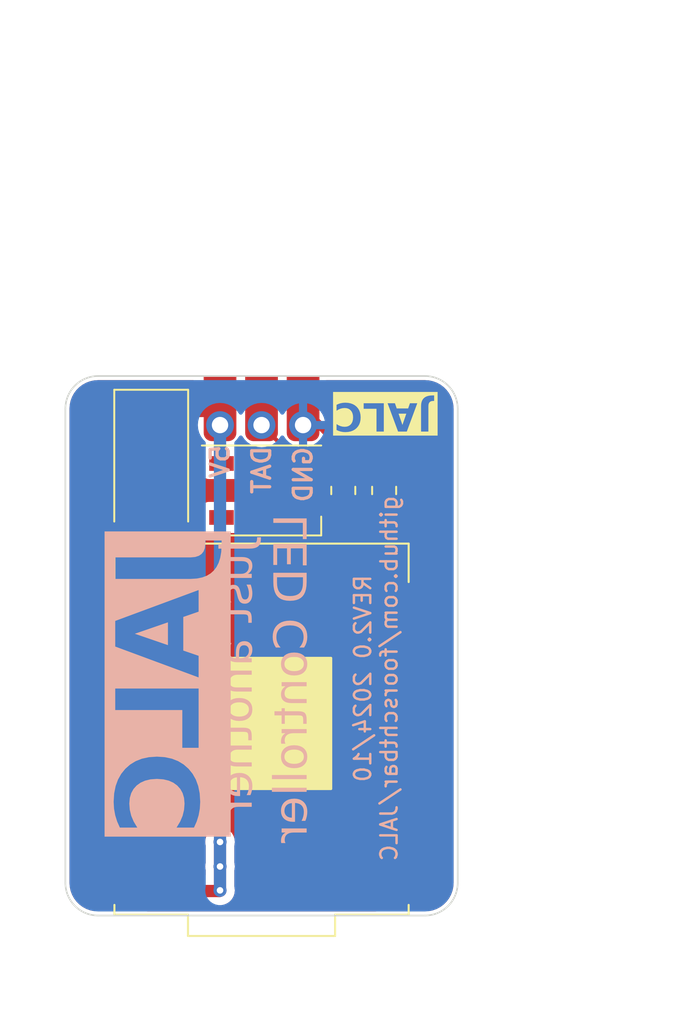
<source format=kicad_pcb>
(kicad_pcb (version 20240108) (generator "pcbnew") (generator_version "8.0")
  (layers (0 "F.Cu" signal) (31 "B.Cu" signal) (34 "B.Paste" user) (35 "F.Paste" user) (36 "B.SilkS" user "B.Silkscreen") (37 "F.SilkS" user "F.Silkscreen") (38 "B.Mask" user) (39 "F.Mask" user) (44 "Edge.Cuts" user))
  (net 0 "")
  (net 1 "GND")
  (net 2 "+5V")
  (net 14 "Net-(D1-DIN)")
  (net 15 "GPIO2")
  (net 16 "Net-(J1-Pin_2)")
  (net 17 "GPIO3")
  (footprint "Resistor_SMD:R_0805_2012Metric_Pad1.20x1.40mm_HandSolder" (layer "F.Cu") (at 150 89 90)
    (property "Reference" "R2" (hide yes))
    (property "Value" "470R")
    (fp_line (start -0.227064 -0.735) (end 0.227064 -0.735) (stroke (width 0.12)) (layer "F.SilkS"))
    (fp_line (start -0.227064 0.735) (end 0.227064 0.735) (stroke (width 0.12)) (layer "F.SilkS"))
    (pad "1" smd roundrect (at -1 0 90) (size 1.2 1.4) (layers "F.Cu" "F.Paste" "F.Mask") (roundrect_rratio 0.208333) (net 15 "GPIO2"))
    (pad "2" smd roundrect (at 1 0 90) (size 1.2 1.4) (layers "F.Cu" "F.Paste" "F.Mask") (roundrect_rratio 0.208333) (net 16 "Net-(J1-Pin_2)"))
  )
  (footprint "Capacitor_Tantalum_SMD:CP_EIA-7343-43_Kemet-X" (layer "F.Cu") (at 138.25 87.25 -90)
    (property "Reference" "C1" (hide yes))
    (property "Value" "1000uF" (hide yes))
    (fp_line (start -4.41 2.26) (end 3.65 2.26) (stroke (width 0.12)) (layer "F.SilkS"))
    (fp_line (start -4.41 -2.26) (end -4.41 2.26) (stroke (width 0.12)) (layer "F.SilkS"))
    (fp_line (start 3.65 -2.26) (end -4.41 -2.26) (stroke (width 0.12)) (layer "F.SilkS"))
    (pad "1" smd roundrect (at -3.1125 0 270) (size 2.075 2.55) (layers "F.Cu" "F.Paste" "F.Mask") (roundrect_rratio 0.120482) (net 2 "+5V"))
    (pad "2" smd roundrect (at 3.1125 0 270) (size 2.075 2.55) (layers "F.Cu" "F.Paste" "F.Mask") (roundrect_rratio 0.120482) (net 1 "GND"))
  )
  (footprint "SolderConnector:SolderConnector" (layer "F.Cu") (at 145 83.984)
    (property "Reference" "J1" (hide yes))
    (property "Value" "Conn_01x03" (hide yes))
    (pad "1" smd custom (at -2.54 0) (size 2 2) (layers "F.Cu" "F.Paste" "F.Mask") (net 2 "+5V") (options (clearance outline) (anchor circle)) (primitives (gr_poly (pts (xy -1 -1.5) (xy -0.988573 -1.606283) (xy -0.938839 -1.739624) (xy -0.853553 -1.853553) (xy -0.739624 -1.938839) (xy -0.606283 -1.988573) (xy -0.5 -2) (xy 0.5 -2) (xy 0.606283 -1.988573) (xy 0.739624 -1.938839) (xy 0.853553 -1.853553) (xy 0.938839 -1.739624) (xy 0.988573 -1.606283) (xy 1 -1.5) (xy 1 1.5) (xy 0.988573 1.606283) (xy 0.938839 1.739624) (xy 0.853553 1.853553) (xy 0.739624 1.938839) (xy 0.606283 1.988573) (xy 0.5 2) (xy -0.5 2) (xy -0.606283 1.988573) (xy -0.739624 1.938839) (xy -0.853553 1.853553) (xy -0.938839 1.739624) (xy -0.988573 1.606283) (xy -1 1.5)) (width 0) (fill yes)) (gr_rect (start -1 -2) (end 1 -1.5) (width 0) (fill yes))))
    (pad "1" thru_hole oval (at -2.54 1.016) (size 1.7 1.7) (drill 1) (layers "*.Cu" "*.Mask") (net 2 "+5V"))
    (pad "2" smd custom (at 0 0) (size 2 2) (layers "F.Cu" "F.Paste" "F.Mask") (net 16 "Net-(J1-Pin_2)") (options (clearance outline) (anchor circle)) (primitives (gr_poly (pts (xy -1 -1.5) (xy -0.988573 -1.606283) (xy -0.938839 -1.739624) (xy -0.853553 -1.853553) (xy -0.739624 -1.938839) (xy -0.606283 -1.988573) (xy -0.5 -2) (xy 0.5 -2) (xy 0.606283 -1.988573) (xy 0.739624 -1.938839) (xy 0.853553 -1.853553) (xy 0.938839 -1.739624) (xy 0.988573 -1.606283) (xy 1 -1.5) (xy 1 1.5) (xy 0.988573 1.606283) (xy 0.938839 1.739624) (xy 0.853553 1.853553) (xy 0.739624 1.938839) (xy 0.606283 1.988573) (xy 0.5 2) (xy -0.5 2) (xy -0.606283 1.988573) (xy -0.739624 1.938839) (xy -0.853553 1.853553) (xy -0.938839 1.739624) (xy -0.988573 1.606283) (xy -1 1.5)) (width 0) (fill yes)) (gr_rect (start -1 -2) (end 1 -1.5) (width 0) (fill yes))))
    (pad "2" thru_hole oval (at 0 1.016) (size 1.7 1.7) (drill 1) (layers "*.Cu" "*.Mask") (net 16 "Net-(J1-Pin_2)"))
    (pad "3" smd custom (at 2.54 0) (size 2 2) (layers "F.Cu" "F.Paste" "F.Mask") (net 1 "GND") (options (clearance outline) (anchor circle)) (primitives (gr_poly (pts (xy -1 -1.5) (xy -0.988573 -1.606283) (xy -0.938839 -1.739624) (xy -0.853553 -1.853553) (xy -0.739624 -1.938839) (xy -0.606283 -1.988573) (xy -0.5 -2) (xy 0.5 -2) (xy 0.606283 -1.988573) (xy 0.739624 -1.938839) (xy 0.853553 -1.853553) (xy 0.938839 -1.739624) (xy 0.988573 -1.606283) (xy 1 -1.5) (xy 1 1.5) (xy 0.988573 1.606283) (xy 0.938839 1.739624) (xy 0.853553 1.853553) (xy 0.739624 1.938839) (xy 0.606283 1.988573) (xy 0.5 2) (xy -0.5 2) (xy -0.606283 1.988573) (xy -0.739624 1.938839) (xy -0.853553 1.853553) (xy -0.938839 1.739624) (xy -0.988573 1.606283) (xy -1 1.5)) (width 0) (fill yes)) (gr_rect (start -1 -2) (end 1 -1.5) (width 0) (fill yes))))
    (pad "3" thru_hole oval (at 2.54 1.016) (size 1.7 1.7) (drill 1) (layers "*.Cu" "*.Mask") (net 1 "GND"))
  )
  (footprint "Resistor_SMD:R_0805_2012Metric_Pad1.20x1.40mm_HandSolder" (layer "F.Cu") (at 152.5 89 90)
    (property "Reference" "R1" (hide yes))
    (property "Value" "470R" (hide yes))
    (fp_line (start -0.227064 -0.735) (end 0.227064 -0.735) (stroke (width 0.12)) (layer "F.SilkS"))
    (fp_line (start -0.227064 0.735) (end 0.227064 0.735) (stroke (width 0.12)) (layer "F.SilkS"))
    (pad "1" smd roundrect (at -1 0 90) (size 1.2 1.4) (layers "F.Cu" "F.Paste" "F.Mask") (roundrect_rratio 0.208333) (net 17 "GPIO3"))
    (pad "2" smd roundrect (at 1 0 90) (size 1.2 1.4) (layers "F.Cu" "F.Paste" "F.Mask") (roundrect_rratio 0.208333) (net 14 "Net-(D1-DIN)"))
  )
  (footprint "MODULE_ESP32-C3_SUPERMINI:MODULE_ESP32-C3_SUPERMINI" (layer "F.Cu") (at 145 103.6 180)
    (property "Reference" "U1" (hide yes))
    (property "Value" "ESP32-C3_SUPERMINI" (hide yes))
    (fp_line (start 9 11.35) (end 9 9) (stroke (width 0.127)) (layer "F.SilkS"))
    (fp_line (start 9 11.35) (end -9 11.35) (stroke (width 0.127)) (layer "F.SilkS"))
    (fp_line (start 9 -10.75) (end 9 -11.35) (stroke (width 0.127)) (layer "F.SilkS"))
    (fp_line (start 9 -11.35) (end 4.5 -11.35) (stroke (width 0.127)) (layer "F.SilkS"))
    (fp_line (start 4.5 -12.65) (end 4.5 -11.35) (stroke (width 0.127)) (layer "F.SilkS"))
    (fp_line (start 4.5 -12.65) (end -4.5 -12.65) (stroke (width 0.127)) (layer "F.SilkS"))
    (fp_line (start -4.5 -11.35) (end -9 -11.35) (stroke (width 0.127)) (layer "F.SilkS"))
    (fp_line (start -4.5 -12.65) (end -4.5 -11.35) (stroke (width 0.127)) (layer "F.SilkS"))
    (fp_line (start -9 11.35) (end -9 9) (stroke (width 0.127)) (layer "F.SilkS"))
    (fp_line (start -9 -10.75) (end -9 -11.35) (stroke (width 0.127)) (layer "F.SilkS"))
    (pad "0" smd roundrect (at 8.62 7.88 180) (size 2.95 1.27) (layers "F.Cu" "F.Paste" "F.Mask"))
    (pad "1" smd roundrect (at 8.62 5.34 180) (size 2.95 1.27) (layers "F.Cu" "F.Paste" "F.Mask"))
    (pad "2" smd roundrect (at 8.62 2.8 180) (size 2.95 1.27) (layers "F.Cu" "F.Paste" "F.Mask") (net 15 "GPIO2"))
    (pad "3" smd roundrect (at 8.62 0.26 180) (size 2.95 1.27) (layers "F.Cu" "F.Paste" "F.Mask") (net 17 "GPIO3"))
    (pad "3.3" smd roundrect (at 8.62 -4.82 180) (size 2.95 1.27) (layers "F.Cu" "F.Paste" "F.Mask"))
    (pad "4" smd roundrect (at 8.62 -2.28 180) (size 2.95 1.27) (layers "F.Cu" "F.Paste" "F.Mask"))
    (pad "5" smd roundrect (at -8.62 -9.9 180) (size 2.95 1.27) (layers "F.Cu" "F.Paste" "F.Mask"))
    (pad "5V" smd roundrect (at 8.62 -9.9 180) (size 2.95 1.27) (layers "F.Cu" "F.Paste" "F.Mask") (net 2 "+5V"))
    (pad "6" smd roundrect (at -8.62 -7.36 180) (size 2.95 1.27) (layers "F.Cu" "F.Paste" "F.Mask"))
    (pad "7" smd roundrect (at -8.62 -4.82 180) (size 2.95 1.27) (layers "F.Cu" "F.Paste" "F.Mask"))
    (pad "8" smd roundrect (at -8.62 -2.28 180) (size 2.95 1.27) (layers "F.Cu" "F.Paste" "F.Mask"))
    (pad "9" smd roundrect (at -8.62 0.26 180) (size 2.95 1.27) (layers "F.Cu" "F.Paste" "F.Mask"))
    (pad "10" smd roundrect (at -8.62 2.8 180) (size 2.95 1.27) (layers "F.Cu" "F.Paste" "F.Mask"))
    (pad "20" smd roundrect (at -8.62 5.34 180) (size 2.95 1.27) (layers "F.Cu" "F.Paste" "F.Mask"))
    (pad "21" smd roundrect (at -8.62 7.88 180) (size 2.95 1.27) (layers "F.Cu" "F.Paste" "F.Mask"))
    (pad "G" smd roundrect (at 8.62 -7.36 180) (size 2.95 1.27) (layers "F.Cu" "F.Paste" "F.Mask") (net 1 "GND"))
  )
  (footprint "LED_SMD:LED_WS2812B_PLCC4_5.0x5.0mm_P3.2mm" (layer "F.Cu") (at 145 89)
    (property "Reference" "D1" (hide yes))
    (property "Value" "WS2812B" (hide yes))
    (fp_line (start -3.65 -2.75) (end 3.65 -2.75) (stroke (width 0.12)) (layer "F.SilkS"))
    (fp_line (start -3.65 2.75) (end 3.65 2.75) (stroke (width 0.12)) (layer "F.SilkS"))
    (fp_line (start 3.65 2.75) (end 3.65 1.6) (stroke (width 0.12)) (layer "F.SilkS"))
    (pad "1" smd rect (at -2.45 -1.65) (size 1.5 0.9) (layers "F.Cu" "F.Paste" "F.Mask") (net 2 "+5V"))
    (pad "2" smd rect (at -2.45 1.65) (size 1.5 0.9) (layers "F.Cu" "F.Paste" "F.Mask"))
    (pad "3" smd rect (at 2.45 1.65) (size 1.5 0.9) (layers "F.Cu" "F.Paste" "F.Mask") (net 1 "GND"))
    (pad "4" smd rect (at 2.45 -1.65) (size 1.5 0.9) (layers "F.Cu" "F.Paste" "F.Mask") (net 14 "Net-(D1-DIN)"))
  )
  (gr_rect (start 141.25 99.25) (end 149.25 107.25) (stroke (width 0.15)) (fill solid) (layer "F.SilkS"))
  (gr_line (start 157 113) (end 157 84) (stroke (width 0.1)) (layer "Edge.Cuts"))
  (gr_arc (start 157 113) (mid 156.414214 114.414214) (end 155 115) (stroke (width 0.1)) (layer "Edge.Cuts"))
  (gr_arc (start 155 82) (mid 156.414214 82.585786) (end 157 84) (stroke (width 0.1)) (layer "Edge.Cuts"))
  (gr_arc (start 135 115) (mid 133.585786 114.414214) (end 133 113) (stroke (width 0.1)) (layer "Edge.Cuts"))
  (gr_line (start 155 82) (end 135 82) (stroke (width 0.1)) (layer "Edge.Cuts"))
  (gr_line (start 133 113) (end 133 84) (stroke (width 0.1)) (layer "Edge.Cuts"))
  (gr_arc (start 133 84) (mid 133.585786 82.585786) (end 135 82) (stroke (width 0.1)) (layer "Edge.Cuts"))
  (gr_line (start 135 115) (end 155 115) (stroke (width 0.1)) (layer "Edge.Cuts"))
  (gr_text "5V" (at 142.46 87.22381 90) (layer "B.SilkS") (effects (font (size 1.1 1.1) (thickness 0.2) (bold yes)) (justify mirror)))
  (gr_text "REV2.0 2024/10\ngithub.com/foorschtbar/JALC" (at 152 100.499999 90) (layer "B.SilkS") (effects (font (size 1 1)) (justify mirror)))
  (gr_text "Just another\nLED Controller" (at 145.25 100.5 90) (layer "B.SilkS") (effects (font (size 2 2)) (justify mirror)))
  (gr_text "JALC" (at 142 92.452198 90) (layer "B.SilkS" knockout) (effects (font (size 5 5) (thickness 1) (bold yes)) (justify left bottom mirror)))
  (gr_text "DAT" (at 145 87.75 90) (layer "B.SilkS") (effects (font (size 1.1 1.1) (thickness 0.2) (bold yes)) (justify mirror)))
  (gr_text "GND" (at 147.54 88.028572 90) (layer "B.SilkS") (effects (font (size 1.1 1.1) (thickness 0.2) (bold yes)) (justify mirror)))
  (gr_text "JALC" (at 155.425 83.375 180) (layer "F.SilkS" knockout) (effects (font (size 1.7 1.7) (thickness 0.425) (bold yes)) (justify left bottom)))
  (segment (start 138.25 84.1375) (end 142.3065 84.1375) (width 0.75) (layer "F.Cu") (net 2))
  (segment (start 142.46 113.459994) (end 142.460006 113.46) (width 0.75) (layer "F.Cu") (net 2))
  (segment (start 142.46 85) (end 142.46 87.26) (width 0.75) (layer "F.Cu") (net 2))
  (segment (start 136.38 113.5) (end 142.420006 113.5) (width 0.75) (layer "F.Cu") (net 2))
  (segment (start 142.46 110.5) (end 142.46 113.459994) (width 0.75) (layer "F.Cu") (net 2))
  (segment (start 142.420006 113.5) (end 142.460006 113.46) (width 0.75) (layer "F.Cu") (net 2))
  (segment (start 142.46 87.26) (end 142.55 87.35) (width 0.25) (layer "F.Cu") (net 2))
  (segment (start 142.3065 84.1375) (end 142.46 83.984) (width 0.25) (layer "F.Cu") (net 2))
  (via (at 142.46 110.5) (size 0.8) (drill 0.4) (layers "F.Cu" "B.Cu") (net 2))
  (via (at 142.460006 113.46) (size 0.8) (drill 0.4) (layers "F.Cu" "B.Cu") (net 2))
  (via (at 142.46 112) (size 0.8) (drill 0.4) (layers "F.Cu" "B.Cu") (net 2))
  (segment (start 142.46 85) (end 142.46 113.46) (width 0.75) (layer "B.Cu") (net 2))
  (segment (start 151.575 88.925) (end 148.425 88.925) (width 0.25) (layer "F.Cu") (net 14))
  (segment (start 147.45 87.95) (end 147.45 87.35) (width 0.25) (layer "F.Cu") (net 14))
  (segment (start 148.425 88.925) (end 147.45 87.95) (width 0.25) (layer "F.Cu") (net 14))
  (segment (start 152.5 88) (end 151.575 88.925) (width 0.25) (layer "F.Cu") (net 14))
  (segment (start 150 90) (end 150 93.863604) (width 0.25) (layer "F.Cu") (net 15))
  (segment (start 150 93.863604) (end 143.063604 100.8) (width 0.25) (layer "F.Cu") (net 15))
  (segment (start 143.063604 100.8) (end 136.38 100.8) (width 0.25) (layer "F.Cu") (net 15))
  (segment (start 148.575 86.575) (end 150 88) (width 0.25) (layer "F.Cu") (net 16))
  (segment (start 146.575 86.575) (end 148.575 86.575) (width 0.25) (layer "F.Cu") (net 16))
  (segment (start 145 85) (end 146.575 86.575) (width 0.25) (layer "F.Cu") (net 16))
  (segment (start 141.16 103.34) (end 136.38 103.34) (width 0.25) (layer "F.Cu") (net 17))
  (segment (start 150.75 91.75) (end 150.75 93.75) (width 0.25) (layer "F.Cu") (net 17))
  (segment (start 150.75 93.75) (end 141.16 103.34) (width 0.25) (layer "F.Cu") (net 17))
  (segment (start 152.5 90) (end 150.75 91.75) (width 0.25) (layer "F.Cu") (net 17))
  (zone (net 1) (net_name "GND") (layers "F&B.Cu") (connect_pads (clearance 0.5)) (min_thickness 0.25) (fill yes (thermal_gap 0.5) (thermal_bridge_width 0.5))
    (polygon (pts (xy 129 59) (xy 161 59) (xy 161 116) (xy 129 116)))
  )
)
</source>
